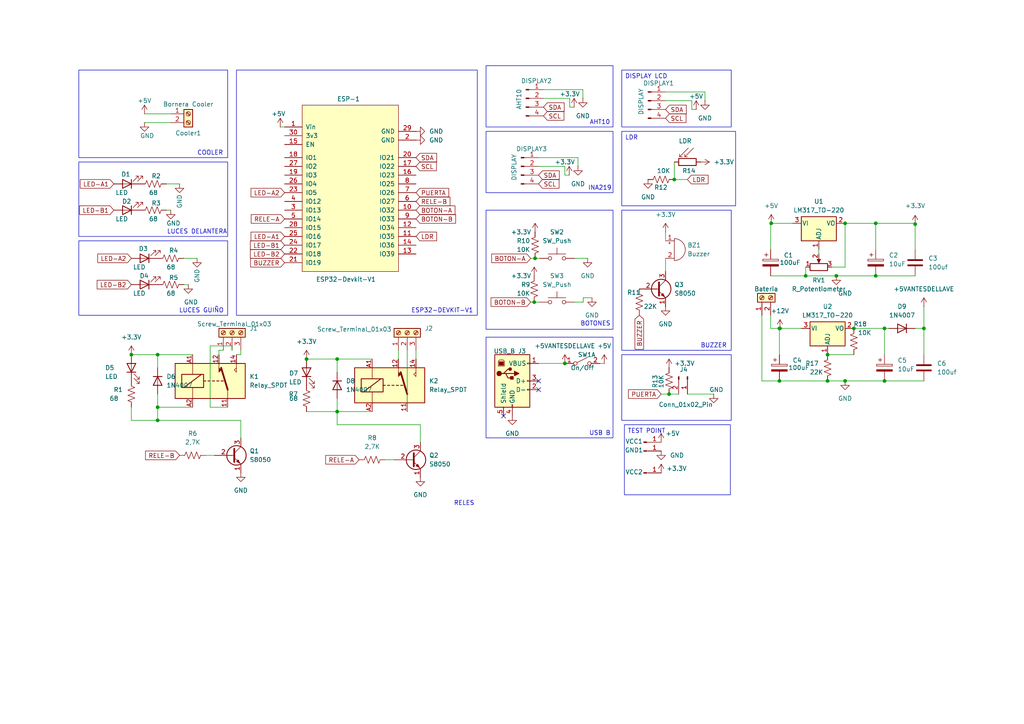
<source format=kicad_sch>
(kicad_sch (version 20231120) (generator "eeschema") (generator_version "8.0")
  (paper "A4")
  (lib_symbols
    (symbol "Connector:Conn_01x01_Pin" (pin_names (offset 1.016) hide)
      (property "Reference" "J" (at 0 2.54 0))
      (property "Value" "Conn_01x01_Pin" (at 0 -2.54 0))
      (symbol "Conn_01x01_Pin_1_1"
        (pin passive line (at 5.08 0 180) (length 3.81) (name "Pin_1") (number "1"))
      )
    )
    (symbol "Connector:Conn_01x02_Pin" (pin_names (offset 1.016) hide)
      (property "Reference" "J" (at 0 2.54 0))
      (property "Value" "Conn_01x02_Pin" (at 0 -5.08 0))
      (symbol "Conn_01x02_Pin_1_1"
        (pin passive line (at 5.08 0 180) (length 3.81) (name "Pin_1") (number "1"))
        (pin passive line (at 5.08 -2.54 180) (length 3.81) (name "Pin_2") (number "2"))
      )
    )
    (symbol "Connector:Conn_01x04_Pin" (pin_names (offset 1.016) hide)
      (property "Reference" "J" (at 0 5.08 0))
      (property "Value" "Conn_01x04_Pin" (at 0 -7.62 0))
      (symbol "Conn_01x04_Pin_1_1"
        (pin passive line (at 5.08 2.54 180) (length 3.81) (name "Pin_1") (number "1"))
        (pin passive line (at 5.08 0 180) (length 3.81) (name "Pin_2") (number "2"))
        (pin passive line (at 5.08 -2.54 180) (length 3.81) (name "Pin_3") (number "3"))
        (pin passive line (at 5.08 -5.08 180) (length 3.81) (name "Pin_4") (number "4"))
      )
    )
    (symbol "Connector:Screw_Terminal_01x02" (pin_names (offset 1.016) hide)
      (property "Reference" "J" (at 0 2.54 0))
      (property "Value" "Screw_Terminal_01x02" (at 0 -5.08 0))
      (symbol "Screw_Terminal_01x02_1_1"
        (pin passive line (at -5.08 0 0) (length 3.81) (name "Pin_1") (number "1"))
        (pin passive line (at -5.08 -2.54 0) (length 3.81) (name "Pin_2") (number "2"))
      )
    )
    (symbol "Connector:Screw_Terminal_01x03" (pin_names (offset 1.016) hide)
      (property "Reference" "J" (at 0 5.08 0))
      (property "Value" "Screw_Terminal_01x03" (at 0 -5.08 0))
      (symbol "Screw_Terminal_01x03_1_1"
        (pin passive line (at -5.08 2.54 0) (length 3.81) (name "Pin_1") (number "1"))
        (pin passive line (at -5.08 0 0) (length 3.81) (name "Pin_2") (number "2"))
        (pin passive line (at -5.08 -2.54 0) (length 3.81) (name "Pin_3") (number "3"))
      )
    )
    (symbol "Connector:USB_B" (pin_names (offset 1.016))
      (property "Reference" "J" (at -5.08 11.43 0))
      (property "Value" "USB_B" (at -5.08 8.89 0))
      (symbol "USB_B_1_1"
        (pin power_out line (at 7.62 5.08 180) (length 2.54) (name "VBUS") (number "1"))
        (pin bidirectional line (at 7.62 -2.54 180) (length 2.54) (name "D-") (number "2"))
        (pin bidirectional line (at 7.62 0 180) (length 2.54) (name "D+") (number "3"))
        (pin power_out line (at 0 -10.16 90) (length 2.54) (name "GND") (number "4"))
        (pin passive line (at -2.54 -10.16 90) (length 2.54) (name "Shield") (number "5"))
      )
    )
    (symbol "Device:Buzzer" (pin_names (offset 0.0254) hide)
      (property "Reference" "BZ" (at 3.81 1.27 0))
      (property "Value" "Buzzer" (at 3.81 -1.27 0))
      (symbol "Buzzer_1_1"
        (pin passive line (at -2.54 2.54 0) (length 2.54) (name "+") (number "1"))
        (pin passive line (at -2.54 -2.54 0) (length 2.54) (name "-") (number "2"))
      )
    )
    (symbol "Device:C" (pin_numbers hide) (pin_names (offset 0.254))
      (property "Reference" "C" (at 0.635 2.54 0))
      (property "Value" "C" (at 0.635 -2.54 0))
      (symbol "C_1_1"
        (pin passive line (at 0 3.81 270) (length 2.794) (name "~") (number "1"))
        (pin passive line (at 0 -3.81 90) (length 2.794) (name "~") (number "2"))
      )
    )
    (symbol "Device:C_Polarized" (pin_numbers hide) (pin_names (offset 0.254))
      (property "Reference" "C" (at 0.635 2.54 0))
      (property "Value" "C_Polarized" (at 0.635 -2.54 0))
      (symbol "C_Polarized_1_1"
        (pin passive line (at 0 3.81 270) (length 2.794) (name "~") (number "1"))
        (pin passive line (at 0 -3.81 90) (length 2.794) (name "~") (number "2"))
      )
    )
    (symbol "Device:LED" (pin_numbers hide) (pin_names (offset 1.016) hide)
      (property "Reference" "D" (at 0 2.54 0))
      (property "Value" "LED" (at 0 -2.54 0))
      (symbol "LED_1_1"
        (pin passive line (at -3.81 0 0) (length 2.54) (name "K") (number "1"))
        (pin passive line (at 3.81 0 180) (length 2.54) (name "A") (number "2"))
      )
    )
    (symbol "Device:R_Potentiometer" (pin_names (offset 1.016) hide)
      (property "Reference" "RV" (at -4.445 0 90))
      (property "Value" "R_Potentiometer" (at -2.54 0 90))
      (symbol "R_Potentiometer_1_1"
        (pin passive line (at 0 3.81 270) (length 1.27) (name "1") (number "1"))
        (pin passive line (at 3.81 0 180) (length 1.27) (name "2") (number "2"))
        (pin passive line (at 0 -3.81 90) (length 1.27) (name "3") (number "3"))
      )
    )
    (symbol "Device:R_US" (pin_numbers hide) (pin_names (offset 0))
      (property "Reference" "R" (at 2.54 0 90))
      (property "Value" "R_US" (at -2.54 0 90))
      (symbol "R_US_1_1"
        (pin passive line (at 0 3.81 270) (length 1.27) (name "~") (number "1"))
        (pin passive line (at 0 -3.81 90) (length 1.27) (name "~") (number "2"))
      )
    )
    (symbol "Diode:1N4007" (pin_numbers hide) (pin_names hide)
      (property "Reference" "D" (at 0 2.54 0))
      (property "Value" "1N4007" (at 0 -2.54 0))
      (symbol "1N4007_1_1"
        (pin passive line (at -3.81 0 0) (length 2.54) (name "K") (number "1"))
        (pin passive line (at 3.81 0 180) (length 2.54) (name "A") (number "2"))
      )
    )
    (symbol "Regulator_Linear:LM317_TO-220" (pin_names (offset 0.254))
      (property "Reference" "U" (at -3.81 3.175 0))
      (property "Value" "LM317_TO-220" (at 0 3.175 0))
      (symbol "LM317_TO-220_1_1"
        (pin input line (at 0 -7.62 90) (length 2.54) (name "ADJ") (number "1"))
        (pin power_out line (at 7.62 0 180) (length 2.54) (name "VO") (number "2"))
        (pin power_in line (at -7.62 0 0) (length 2.54) (name "VI") (number "3"))
      )
    )
    (symbol "Relay:Relay_SPDT"
      (property "Reference" "K" (at 11.43 3.81 0))
      (property "Value" "Relay_SPDT" (at 11.43 1.27 0))
      (symbol "Relay_SPDT_1_1"
        (pin passive line (at 5.08 -7.62 90) (length 2.54) (name "~") (number "11"))
        (pin passive line (at 2.54 7.62 270) (length 2.54) (name "~") (number "12"))
        (pin passive line (at 7.62 7.62 270) (length 2.54) (name "~") (number "14"))
        (pin passive line (at -5.08 7.62 270) (length 2.54) (name "~") (number "A1"))
        (pin passive line (at -5.08 -7.62 90) (length 2.54) (name "~") (number "A2"))
      )
    )
    (symbol "Sensor_Optical:A1050" (pin_numbers hide) (pin_names (offset 0))
      (property "Reference" "R" (at -5.08 0 90))
      (property "Value" "A1050" (at 1.905 0 90))
      (symbol "A1050_1_1"
        (pin passive line (at 0 3.81 270) (length 1.27) (name "~") (number "1"))
        (pin passive line (at 0 -3.81 90) (length 1.27) (name "~") (number "2"))
      )
    )
    (symbol "Switch:SW_DPST_x2" (pin_names (offset 0) hide)
      (property "Reference" "SW" (at 0 3.175 0))
      (property "Value" "SW_DPST_x2" (at 0 -2.54 0))
      (symbol "SW_DPST_x2_1_1"
        (pin passive line (at -5.08 0 0) (length 2.54) (name "A") (number "1"))
        (pin passive line (at 5.08 0 180) (length 2.54) (name "B") (number "2"))
      )
      (symbol "SW_DPST_x2_2_1"
        (pin passive line (at -5.08 0 0) (length 2.54) (name "A") (number "3"))
        (pin passive line (at 5.08 0 180) (length 2.54) (name "B") (number "4"))
      )
    )
    (symbol "Switch:SW_Push" (pin_numbers hide) (pin_names (offset 1.016) hide)
      (property "Reference" "SW" (at 1.27 2.54 0))
      (property "Value" "SW_Push" (at 0 -1.524 0))
      (symbol "SW_Push_0_1"
        (pin passive line (at -5.08 0 0) (length 2.54) (name "1") (number "1"))
        (pin passive line (at 5.08 0 180) (length 2.54) (name "2") (number "2"))
      )
    )
    (symbol "Transistor_BJT:S8050" (pin_names (offset 0) hide)
      (property "Reference" "Q" (at 5.08 1.905 0))
      (property "Value" "S8050" (at 5.08 0 0))
      (symbol "S8050_1_1"
        (pin passive line (at 2.54 -5.08 90) (length 2.54) (name "E") (number "1"))
        (pin input line (at -5.08 0 0) (length 5.08) (name "B") (number "2"))
        (pin passive line (at 2.54 5.08 270) (length 2.54) (name "C") (number "3"))
      )
    )
    (symbol "esp32-devkit-v1:ESP32-Devkit-V1" (pin_names (offset 1.016))
      (property "Reference" "U" (at 13.97 -21.59 0))
      (property "Value" "ESP32-Devkit-V1" (at 13.97 -2.54 0))
      (symbol "ESP32-Devkit-V1_1_1"
        (pin power_in line (at -5.08 -6.35 0) (length 5.08) (name "Vin") (number "1"))
        (pin bidirectional line (at 33.02 -30.48 180) (length 5.08) (name "IO32") (number "10"))
        (pin bidirectional line (at 33.02 -38.1 180) (length 5.08) (name "IO35") (number "11"))
        (pin bidirectional line (at 33.02 -35.56 180) (length 5.08) (name "IO34") (number "12"))
        (pin bidirectional line (at 33.02 -43.18 180) (length 5.08) (name "IO39") (number "13"))
        (pin bidirectional line (at 33.02 -40.64 180) (length 5.08) (name "IO36") (number "14"))
        (pin input line (at -5.08 -11.43 0) (length 5.08) (name "EN") (number "15"))
        (pin bidirectional line (at 33.02 -20.32 180) (length 5.08) (name "IO23") (number "16"))
        (pin bidirectional line (at 33.02 -17.78 180) (length 5.08) (name "IO22") (number "17"))
        (pin bidirectional line (at -5.08 -15.24 0) (length 5.08) (name "IO1") (number "18"))
        (pin bidirectional line (at -5.08 -20.32 0) (length 5.08) (name "IO3") (number "19"))
        (pin power_out line (at 33.02 -10.16 180) (length 5.08) (name "GND") (number "2"))
        (pin bidirectional line (at 33.02 -15.24 180) (length 5.08) (name "IO21") (number "20"))
        (pin bidirectional line (at -5.08 -45.72 0) (length 5.08) (name "IO19") (number "21"))
        (pin bidirectional line (at -5.08 -43.18 0) (length 5.08) (name "IO18") (number "22"))
        (pin bidirectional line (at -5.08 -25.4 0) (length 5.08) (name "IO5") (number "23"))
        (pin bidirectional line (at -5.08 -40.64 0) (length 5.08) (name "IO17") (number "24"))
        (pin bidirectional line (at -5.08 -38.1 0) (length 5.08) (name "IO16") (number "25"))
        (pin bidirectional line (at -5.08 -22.86 0) (length 5.08) (name "IO4") (number "26"))
        (pin bidirectional line (at -5.08 -17.78 0) (length 5.08) (name "IO2") (number "27"))
        (pin bidirectional line (at -5.08 -35.56 0) (length 5.08) (name "IO15") (number "28"))
        (pin power_out line (at 33.02 -7.62 180) (length 5.08) (name "GND") (number "29"))
        (pin bidirectional line (at -5.08 -30.48 0) (length 5.08) (name "IO13") (number "3"))
        (pin power_out line (at -5.08 -8.89 0) (length 5.08) (name "3v3") (number "30"))
        (pin bidirectional line (at -5.08 -27.94 0) (length 5.08) (name "IO12") (number "4"))
        (pin bidirectional line (at -5.08 -33.02 0) (length 5.08) (name "IO14") (number "5"))
        (pin bidirectional line (at 33.02 -27.94 180) (length 5.08) (name "IO27") (number "6"))
        (pin bidirectional line (at 33.02 -25.4 180) (length 5.08) (name "IO26") (number "7"))
        (pin bidirectional line (at 33.02 -22.86 180) (length 5.08) (name "IO25") (number "8"))
        (pin bidirectional line (at 33.02 -33.02 180) (length 5.08) (name "IO33") (number "9"))
      )
    )
    (symbol "power:+3.3V" (power) (pin_numbers hide) (pin_names (offset 0) hide)
      (property "Value" "+3.3V" (at 0 3.556 0))
      (symbol "+3.3V_1_1"
        (pin power_in line (at 0 0 90) (length 0) (name "~") (number "1"))
      )
    )
    (symbol "power:+5V" (power) (pin_numbers hide) (pin_names (offset 0) hide)
      (property "Value" "+5V" (at 0 3.556 0))
      (symbol "+5V_1_1"
        (pin power_in line (at 0 0 90) (length 0) (name "~") (number "1"))
      )
    )
    (symbol "power:GND" (power) (pin_numbers hide) (pin_names (offset 0) hide)
      (property "Value" "GND" (at 0 -3.81 0))
      (symbol "GND_1_1"
        (pin power_in line (at 0 0 270) (length 0) (name "~") (number "1"))
      )
    )
  )
  (junction (at 256.54 95.25))
  (junction (at 240.03 110.49))
  (junction (at 194.056 114.3))
  (junction (at 233.68 80.01))
  (junction (at 45.72 118.11))
  (junction (at 88.9 104.14))
  (junction (at 242.57 80.01))
  (junction (at 45.72 121.92))
  (junction (at 254 64.77))
  (junction (at 154.94 87.63))
  (junction (at 245.11 110.49))
  (junction (at 38.1 102.87))
  (junction (at 97.79 104.14))
  (junction (at 265.43 65.0001))
  (junction (at 267.97 95.25))
  (junction (at 163.83 105.41))
  (junction (at 254 80.01))
  (junction (at 97.79 119.38))
  (junction (at 226.06 110.49))
  (junction (at 223.686 64.77))
  (junction (at 247.65 95.25))
  (junction (at 226.06 95.25))
  (junction (at 245.11 64.77))
  (junction (at 45.72 102.87))
  (junction (at 155.194 74.93))
  (junction (at 226.226 95.25))
  (junction (at 256.54 110.49))
  (junction (at 240.03 102.87))
  (junction (at 195.58 52.07))
  (no_connect (at 156.21 110.49))
  (no_connect (at 146.05 120.65))
  (no_connect (at 156.21 113.03))
  (wire (pts (xy 220.98 91.44) (xy 220.98 110.49)))
  (wire (pts (xy 226.226 95.25) (xy 226.06 95.25)))
  (wire (pts (xy 97.79 104.14) (xy 97.79 107.95)))
  (wire (pts (xy 169.164 87.63) (xy 166.624 87.63)))
  (wire (pts (xy 265.43 64.77) (xy 254 64.77)))
  (wire (pts (xy 200.66 29.21) (xy 193.04 29.21)))
  (wire (pts (xy 204.47 29.21) (xy 204.47 26.67)))
  (wire (pts (xy 45.72 102.87) (xy 45.72 106.68)))
  (wire (pts (xy 118.11 101.6) (xy 118.11 119.38)))
  (wire (pts (xy 49.53 60.96) (xy 48.26 60.96)))
  (wire (pts (xy 115.57 101.6) (xy 115.57 104.14)))
  (wire (pts (xy 240.03 110.49) (xy 245.11 110.49)))
  (wire (pts (xy 233.68 80.01) (xy 242.57 80.01)))
  (wire (pts (xy 165.2503 28.535) (xy 157.6303 28.535)))
  (wire (pts (xy 229.87 64.77) (xy 223.686 64.77)))
  (wire (pts (xy 121.92 123.19) (xy 97.79 123.19)))
  (wire (pts (xy 193.04 74.93) (xy 193.04 78.74)))
  (wire (pts (xy 265.43 65.0001) (xy 265.43 64.77)))
  (wire (pts (xy 57.15 74.93) (xy 53.34 74.93)))
  (wire (pts (xy 88.9 119.38) (xy 97.79 119.38)))
  (wire (pts (xy 256.54 110.49) (xy 267.97 110.49)))
  (wire (pts (xy 254 72.39) (xy 254 64.77)))
  (wire (pts (xy 38.1 102.87) (xy 45.72 102.87)))
  (wire (pts (xy 107.95 119.38) (xy 97.79 119.38)))
  (wire (pts (xy 165.1 50.8) (xy 163.83 50.8)))
  (wire (pts (xy 97.79 119.38) (xy 97.79 115.57)))
  (wire (pts (xy 107.95 104.14) (xy 97.79 104.14)))
  (wire (pts (xy 169.164 86.36) (xy 169.164 87.63)))
  (wire (pts (xy 223.52 80.01) (xy 233.68 80.01)))
  (wire (pts (xy 256.54 95.25) (xy 257.81 95.25)))
  (wire (pts (xy 68.58 102.87) (xy 69.85 102.87)))
  (wire (pts (xy 120.65 101.6) (xy 120.65 104.14)))
  (wire (pts (xy 240.03 102.87) (xy 247.65 102.87)))
  (wire (pts (xy 200.66 31.75) (xy 200.66 29.21)))
  (wire (pts (xy 204.47 26.67) (xy 193.04 26.67)))
  (wire (pts (xy 54.61 82.55) (xy 53.34 82.55)))
  (wire (pts (xy 195.58 46.99) (xy 195.58 52.07)))
  (wire (pts (xy 81.28 36.83) (xy 82.55 36.83)))
  (wire (pts (xy 163.83 50.8) (xy 163.83 48.26)))
  (wire (pts (xy 60.96 100.33) (xy 60.96 118.11)))
  (wire (pts (xy 38.1 121.92) (xy 45.72 121.92)))
  (wire (pts (xy 111.76 133.35) (xy 114.3 133.35)))
  (wire (pts (xy 52.07 53.34) (xy 48.26 53.34)))
  (wire (pts (xy 59.69 132.08) (xy 62.23 132.08)))
  (wire (pts (xy 154.94 87.63) (xy 156.464 87.63)))
  (wire (pts (xy 226.06 110.49) (xy 240.03 110.49)))
  (wire (pts (xy 256.54 102.87) (xy 256.54 95.25)))
  (wire (pts (xy 169.0603 28.535) (xy 169.0603 25.995)))
  (wire (pts (xy 232.41 95.25) (xy 226.226 95.25)))
  (wire (pts (xy 265.43 72.39) (xy 265.43 65.0001)))
  (wire (pts (xy 155.194 74.93) (xy 156.464 74.93)))
  (wire (pts (xy 41.91 35.56) (xy 49.53 35.56)))
  (wire (pts (xy 38.1 118.11) (xy 38.1 121.92)))
  (wire (pts (xy 67.31 101.6) (xy 67.31 100.33)))
  (wire (pts (xy 223.52 95.25) (xy 226.06 95.25)))
  (wire (pts (xy 169.0603 25.995) (xy 157.6303 25.995)))
  (wire (pts (xy 63.5 101.6) (xy 63.5 102.87)))
  (wire (pts (xy 254 80.01) (xy 265.43 80.01)))
  (wire (pts (xy 69.85 102.87) (xy 69.85 101.6)))
  (wire (pts (xy 166.5203 31.075) (xy 165.2503 31.075)))
  (wire (pts (xy 223.52 64.77) (xy 223.52 72.39)))
  (wire (pts (xy 199.39 114.3) (xy 207.01 114.3)))
  (wire (pts (xy 69.85 127) (xy 69.85 121.92)))
  (wire (pts (xy 226.06 95.25) (xy 226.06 102.87)))
  (wire (pts (xy 60.96 118.11) (xy 66.04 118.11)))
  (wire (pts (xy 167.64 45.72) (xy 156.21 45.72)))
  (wire (pts (xy 223.52 91.44) (xy 223.52 95.25)))
  (wire (pts (xy 153.924 74.93) (xy 155.194 74.93)))
  (wire (pts (xy 41.91 33.02) (xy 49.53 33.02)))
  (wire (pts (xy 191.77 114.3) (xy 194.056 114.3)))
  (wire (pts (xy 55.88 118.11) (xy 45.72 118.11)))
  (wire (pts (xy 167.64 48.26) (xy 167.64 45.72)))
  (wire (pts (xy 165.2503 31.075) (xy 165.2503 28.535)))
  (wire (pts (xy 245.11 110.49) (xy 256.54 110.49)))
  (wire (pts (xy 254 64.77) (xy 245.11 64.77)))
  (wire (pts (xy 45.72 121.92) (xy 45.72 118.11)))
  (wire (pts (xy 242.57 80.01) (xy 254 80.01)))
  (wire (pts (xy 267.97 95.25) (xy 267.97 102.87)))
  (wire (pts (xy 69.85 121.92) (xy 45.72 121.92)))
  (wire (pts (xy 156.21 105.41) (xy 163.83 105.41)))
  (wire (pts (xy 88.9 104.14) (xy 97.79 104.14)))
  (wire (pts (xy 64.77 101.6) (xy 63.5 101.6)))
  (wire (pts (xy 45.72 118.11) (xy 45.72 114.3)))
  (wire (pts (xy 67.31 100.33) (xy 60.96 100.33)))
  (wire (pts (xy 163.83 48.26) (xy 156.21 48.26)))
  (wire (pts (xy 153.924 87.63) (xy 154.94 87.63)))
  (wire (pts (xy 226.06 110.49) (xy 220.98 110.49)))
  (wire (pts (xy 201.93 31.75) (xy 200.66 31.75)))
  (wire (pts (xy 194.056 114.3) (xy 196.85 114.3)))
  (wire (pts (xy 55.88 102.87) (xy 45.72 102.87)))
  (wire (pts (xy 245.11 64.77) (xy 245.11 77.47)))
  (wire (pts (xy 237.49 73.66) (xy 237.49 72.39)))
  (wire (pts (xy 233.68 77.47) (xy 233.68 80.01)))
  (wire (pts (xy 241.3 77.47) (xy 245.11 77.47)))
  (wire (pts (xy 223.686 64.77) (xy 223.52 64.77)))
  (wire (pts (xy 267.97 95.25) (xy 267.97 88.9)))
  (wire (pts (xy 169.164 86.36) (xy 171.704 86.36)))
  (wire (pts (xy 199.39 52.07) (xy 195.58 52.07)))
  (wire (pts (xy 265.43 95.25) (xy 267.97 95.25)))
  (wire (pts (xy 193.04 67.31) (xy 193.04 69.85)))
  (wire (pts (xy 97.79 123.19) (xy 97.79 119.38)))
  (wire (pts (xy 166.624 74.93) (xy 170.434 74.93)))
  (wire (pts (xy 175.26 105.41) (xy 173.99 105.41)))
  (wire (pts (xy 256.54 95.25) (xy 247.65 95.25)))
  (wire (pts (xy 121.92 128.27) (xy 121.92 123.19)))
  (rectangle (start 180.34 60.96) (end 212.09 101.6))
  (rectangle (start 140.97 19.05) (end 177.8 36.83))
  (rectangle (start 180.34 102.87) (end 212.09 121.92))
  (rectangle (start 22.86 69.85) (end 66.04 91.44))
  (rectangle (start 22.86 46.99) (end 66.04 68.58))
  (rectangle (start 140.97 97.79) (end 177.8 127))
  (rectangle (start 22.86 20.32) (end 66.04 45.72))
  (rectangle (start 140.97 38.1) (end 177.8 55.88))
  (rectangle (start 68.58 20.32) (end 138.43 91.44))
  (rectangle (start 140.97 60.96) (end 177.8 95.504))
  (text_box "TEST POINT\n" (at 181.102 123.19 0) (size 30.734 20.32) (effects (font (size 1.27 1.27)) (justify left top)))
  (text_box "LDR\n" (at 180.34 38.1 0) (size 33.02 21.59) (effects (font (size 1.27 1.27)) (justify left top)))
  (text_box "DISPLAY LCD" (at 180.34 20.32 0) (size 31.75 16.51) (effects (font (size 1.27 1.27)) (justify left top)))
  (text "INA219" (at 173.99 54.61 0) (effects (font (size 1.27 1.27))))
  (text "LUCES DELANTERA" (at 57.15 67.31 0) (effects (font (size 1.27 1.27))))
  (text "LUCES GUIÑO" (at 58.42 90.17 0) (effects (font (size 1.27 1.27))))
  (text "ESP32-DEVKIT-V1" (at 128.27 90.17 0) (effects (font (size 1.27 1.27))))
  (text "RELES\n" (at 134.62 146.05 0) (effects (font (size 1.27 1.27))))
  (text "USB B" (at 173.99 125.73 0) (effects (font (size 1.27 1.27))))
  (text "COOLER" (at 60.96 44.45 0) (effects (font (size 1.27 1.27))))
  (text "BOTONES\n" (at 172.72 93.98 0) (effects (font (size 1.27 1.27))))
  (text "BUZZER" (at 207.01 100.33 0) (effects (font (size 1.27 1.27))))
  (text "AHT10" (at 173.99 35.56 0) (effects (font (size 1.27 1.27))))
  (global_label "LED-A1" (shape input) (at 82.55 68.58 180) (property "Intersheetrefs" "${INTERSHEET_REFS}" (effects (hide yes))))
  (global_label "SDA" (shape input) (at 156.21 50.8 0) (property "Intersheetrefs" "${INTERSHEET_REFS}" (effects (hide yes))))
  (global_label "BOTON-A" (shape input) (at 120.65 60.96 0) (property "Intersheetrefs" "${INTERSHEET_REFS}" (effects (hide yes))))
  (global_label "PUERTA" (shape input) (at 191.77 114.3 180) (property "Intersheetrefs" "${INTERSHEET_REFS}" (effects (hide yes))))
  (global_label "SDA" (shape input) (at 193.04 31.75 0) (property "Intersheetrefs" "${INTERSHEET_REFS}" (effects (hide yes))))
  (global_label "RELE-A" (shape input) (at 104.14 133.35 180) (property "Intersheetrefs" "${INTERSHEET_REFS}" (effects (hide yes))))
  (global_label "SDA" (shape input) (at 120.65 45.72 0) (property "Intersheetrefs" "${INTERSHEET_REFS}" (effects (hide yes))))
  (global_label "BOTON-B" (shape input) (at 120.65 63.5 0) (property "Intersheetrefs" "${INTERSHEET_REFS}" (effects (hide yes))))
  (global_label "SDA" (shape input) (at 157.6303 31.075 0) (property "Intersheetrefs" "${INTERSHEET_REFS}" (effects (hide yes))))
  (global_label "RELE-A" (shape input) (at 82.55 63.5 180) (property "Intersheetrefs" "${INTERSHEET_REFS}" (effects (hide yes))))
  (global_label "LED-A2" (shape input) (at 38.1 74.93 180) (property "Intersheetrefs" "${INTERSHEET_REFS}" (effects (hide yes))))
  (global_label "BUZZER" (shape input) (at 82.55 76.2 180) (property "Intersheetrefs" "${INTERSHEET_REFS}" (effects (hide yes))))
  (global_label "SCL" (shape input) (at 193.04 34.29 0) (property "Intersheetrefs" "${INTERSHEET_REFS}" (effects (hide yes))))
  (global_label "SCL" (shape input) (at 157.6303 33.615 0) (property "Intersheetrefs" "${INTERSHEET_REFS}" (effects (hide yes))))
  (global_label "LDR" (shape input) (at 120.65 68.58 0) (property "Intersheetrefs" "${INTERSHEET_REFS}" (effects (hide yes))))
  (global_label "LED-B1" (shape input) (at 33.02 60.96 180) (property "Intersheetrefs" "${INTERSHEET_REFS}" (effects (hide yes))))
  (global_label "LDR" (shape input) (at 199.39 52.07 0) (property "Intersheetrefs" "${INTERSHEET_REFS}" (effects (hide yes))))
  (global_label "LED-B1" (shape input) (at 82.55 71.12 180) (property "Intersheetrefs" "${INTERSHEET_REFS}" (effects (hide yes))))
  (global_label "LED-A1" (shape input) (at 33.02 53.34 180) (property "Intersheetrefs" "${INTERSHEET_REFS}" (effects (hide yes))))
  (global_label "BUZZER" (shape input) (at 185.42 91.44 270) (property "Intersheetrefs" "${INTERSHEET_REFS}" (effects (hide yes))))
  (global_label "BOTON-A" (shape input) (at 153.924 74.93 180) (property "Intersheetrefs" "${INTERSHEET_REFS}" (effects (hide yes))))
  (global_label "SCL" (shape input) (at 156.21 53.34 0) (property "Intersheetrefs" "${INTERSHEET_REFS}" (effects (hide yes))))
  (global_label "BOTON-B" (shape input) (at 153.924 87.63 180) (property "Intersheetrefs" "${INTERSHEET_REFS}" (effects (hide yes))))
  (global_label "PUERTA" (shape input) (at 120.65 55.88 0) (property "Intersheetrefs" "${INTERSHEET_REFS}" (effects (hide yes))))
  (global_label "SCL" (shape input) (at 120.65 48.26 0) (property "Intersheetrefs" "${INTERSHEET_REFS}" (effects (hide yes))))
  (global_label "RELE-B" (shape input) (at 120.65 58.42 0) (property "Intersheetrefs" "${INTERSHEET_REFS}" (effects (hide yes))))
  (global_label "RELE-B" (shape input) (at 52.07 132.08 180) (property "Intersheetrefs" "${INTERSHEET_REFS}" (effects (hide yes))))
  (global_label "LED-B2" (shape input) (at 38.1 82.55 180) (property "Intersheetrefs" "${INTERSHEET_REFS}" (effects (hide yes))))
  (global_label "LED-A2" (shape input) (at 82.55 55.88 180) (property "Intersheetrefs" "${INTERSHEET_REFS}" (effects (hide yes))))
  (global_label "LED-B2" (shape input) (at 82.55 73.66 180) (property "Intersheetrefs" "${INTERSHEET_REFS}" (effects (hide yes))))
  (symbol (lib_id "power:+5V") (at 81.28 36.83 0) (unit 1)
    (property "Reference" "#PWR010" (effects (hide yes)))
    (property "Value" "+5V" (at 78.74 33.02 0) (effects (justify left)))
    (property "Description" "Power symbol creates a global label with name \"+5V\"" (effects (hide yes)))
  )
  (symbol (lib_id "power:GND") (at 242.57 80.01 0) (unit 1)
    (property "Reference" "#PWR018" (effects (hide yes)))
    (property "Value" "GND" (at 245.11 85.09 0))
    (property "Description" "Power symbol creates a global label with name \"GND\" , ground" (effects (hide yes)))
  )
  (symbol (lib_id "Device:R_US") (at 240.03 106.68 0) (mirror y) (unit 1)
    (property "Reference" "R17" (at 237.49 105.4099 0) (effects (justify left)))
    (property "Value" "22K" (at 238.76 107.95 0) (effects (justify left)))
    (property "Footprint" "Resistor_THT:R_Axial_DIN0207_L6.3mm_D2.5mm_P10.16mm_Horizontal" (effects (hide yes)))
    (property "Description" "Resistor, US symbol" (effects (hide yes)))
  )
  (symbol (lib_id "Connector:Screw_Terminal_01x02") (at 54.61 33.02 0) (unit 1)
    (property "Reference" "Cooler1" (at 54.61 38.608 0))
    (property "Value" "Bornera Cooler" (at 54.61 30.226 0))
    (property "Footprint" "TerminalBlock:TerminalBlock_bornier-2_P5.08mm" (effects (hide yes)))
    (property "Description" "Generic screw terminal, single row, 01x02, script generated (kicad-library-utils/schlib/autogen/connector/)" (effects (hide yes)))
  )
  (symbol (lib_id "Device:R_US") (at 49.53 74.93 270) (unit 1)
    (property "Reference" "R4" (at 49.022 72.644 90) (effects (justify left)))
    (property "Value" "68" (at 48.2601 77.47 90) (effects (justify left)))
    (property "Footprint" "Resistor_THT:R_Axial_DIN0207_L6.3mm_D2.5mm_P10.16mm_Horizontal" (effects (hide yes)))
    (property "Description" "Resistor, US symbol" (effects (hide yes)))
  )
  (symbol (lib_id "Transistor_BJT:S8050") (at 67.31 132.08 0) (unit 1)
    (property "Reference" "Q1" (at 72.39 130.8099 0) (effects (justify left)))
    (property "Value" "S8050" (at 72.39 133.3499 0) (effects (justify left)))
    (property "Footprint" "Package_TO_SOT_THT:TO-92_Inline" (effects (hide yes)))
    (property "Datasheet" "http://www.unisonic.com.tw/datasheet/S8050.pdf" (effects (hide yes)))
    (property "Description" "0.7A Ic, 20V Vce, Low Voltage High Current NPN Transistor, TO-92" (effects (hide yes)))
  )
  (symbol (lib_id "power:+3.3V") (at 203.2 46.99 270) (unit 1)
    (property "Reference" "#PWR037" (effects (hide yes)))
    (property "Value" "+3.3V" (at 207.01 46.9899 90) (effects (justify left)))
    (property "Description" "Power symbol creates a global label with name \"+3.3V\"" (effects (hide yes)))
  )
  (symbol (lib_id "Device:R_US") (at 38.1 114.3 0) (unit 1)
    (property "Reference" "R1" (at 34.29 113.03 0))
    (property "Value" "68" (at 31.75 115.57 0) (effects (justify left)))
    (property "Footprint" "Resistor_THT:R_Axial_DIN0207_L6.3mm_D2.5mm_P10.16mm_Horizontal" (effects (hide yes)))
    (property "Description" "Resistor, US symbol" (effects (hide yes)))
  )
  (symbol (lib_id "Device:R_US") (at 88.9 115.57 0) (unit 1)
    (property "Reference" "R7" (at 85.09 114.3 0))
    (property "Value" "68" (at 83.82 115.57 0) (effects (justify left)))
    (property "Footprint" "Resistor_THT:R_Axial_DIN0207_L6.3mm_D2.5mm_P10.16mm_Horizontal" (effects (hide yes)))
    (property "Description" "Resistor, US symbol" (effects (hide yes)))
  )
  (symbol (lib_id "power:+5V") (at 226.226 95.25 0) (unit 1)
    (property "Reference" "#PWR025" (effects (hide yes)))
    (property "Value" "+12V" (at 226.226 90.17 0))
    (property "Description" "Power symbol creates a global label with name \"+5V\"" (effects (hide yes)))
  )
  (symbol (lib_id "Transistor_BJT:S8050") (at 190.5 83.82 0) (unit 1)
    (property "Reference" "Q3" (at 195.58 82.5499 0) (effects (justify left)))
    (property "Value" "S8050" (at 195.58 85.0899 0) (effects (justify left)))
    (property "Footprint" "Package_TO_SOT_THT:TO-92_Inline" (effects (hide yes)))
    (property "Datasheet" "http://www.unisonic.com.tw/datasheet/S8050.pdf" (effects (hide yes)))
    (property "Description" "0.7A Ic, 20V Vce, Low Voltage High Current NPN Transistor, TO-92" (effects (hide yes)))
  )
  (symbol (lib_id "power:GND") (at 245.11 110.49 0) (unit 1)
    (property "Reference" "#PWR033" (effects (hide yes)))
    (property "Value" "GND" (at 245.11 115.57 0))
    (property "Description" "Power symbol creates a global label with name \"GND\" , ground" (effects (hide yes)))
  )
  (symbol (lib_id "Connector:Conn_01x01_Pin") (at 186.69 137.16 0) (unit 1)
    (property "Reference" "VCC2" (at 183.896 136.906 0))
    (property "Value" "Conn_01x01_Pin" (effects (hide yes)))
    (property "Footprint" "Connector_PinHeader_2.54mm:PinHeader_1x01_P2.54mm_Vertical" (effects (hide yes)))
    (property "Description" "Generic connector, single row, 01x01, script generated" (effects (hide yes)))
  )
  (symbol (lib_id "Device:Buzzer") (at 195.58 72.39 0) (unit 1)
    (property "Reference" "BZ1" (at 199.39 71.1199 0) (effects (justify left)))
    (property "Value" "Buzzer" (at 199.39 73.6599 0) (effects (justify left)))
    (property "Footprint" "Buzzer_Beeper:Buzzer_12x9.5RM7.6" (effects (hide yes)))
    (property "Description" "Buzzer, polarized" (effects (hide yes)))
  )
  (symbol (lib_id "power:+3.3V") (at 265.43 65.0001 0) (unit 1)
    (property "Reference" "#PWR011" (effects (hide yes)))
    (property "Value" "+3.3V" (at 265.43 59.69 0))
    (property "Description" "Power symbol creates a global label with name \"+3.3V\"" (effects (hide yes)))
  )
  (symbol (lib_id "power:+3.3V") (at 191.77 137.16 0) (mirror y) (unit 1)
    (property "Reference" "#PWR012" (effects (hide yes)))
    (property "Value" "+3.3V" (at 193.294 135.8899 0) (effects (justify right)))
    (property "Description" "Power symbol creates a global label with name \"+3.3V\"" (effects (hide yes)))
  )
  (symbol (lib_id "Connector:Screw_Terminal_01x03") (at 67.31 96.52 90) (unit 1)
    (property "Reference" "J1" (at 72.39 95.2499 90) (effects (justify right)))
    (property "Value" "Screw_Terminal_01x03" (at 57.15 93.98 90) (effects (justify right)))
    (property "Footprint" "TerminalBlock:TerminalBlock_bornier-3_P5.08mm" (effects (hide yes)))
    (property "Description" "Generic screw terminal, single row, 01x03, script generated (kicad-library-utils/schlib/autogen/connector/)" (effects (hide yes)))
  )
  (symbol (lib_id "Device:R_US") (at 44.45 53.34 270) (unit 1)
    (property "Reference" "R2" (at 43.942 51.054 90) (effects (justify left)))
    (property "Value" "68" (at 43.1801 55.88 90) (effects (justify left)))
    (property "Footprint" "Resistor_THT:R_Axial_DIN0207_L6.3mm_D2.5mm_P10.16mm_Horizontal" (effects (hide yes)))
    (property "Description" "Resistor, US symbol" (effects (hide yes)))
  )
  (symbol (lib_id "power:GND") (at 57.15 74.93 0) (unit 1)
    (property "Reference" "#PWR08" (effects (hide yes)))
    (property "Value" "GND" (at 57.15 80.01 90))
    (property "Description" "Power symbol creates a global label with name \"GND\" , ground" (effects (hide yes)))
  )
  (symbol (lib_id "Device:C") (at 267.97 106.68 0) (unit 1)
    (property "Reference" "C6" (at 271.78 105.4099 0) (effects (justify left)))
    (property "Value" "100uf" (at 271.78 107.9499 0) (effects (justify left)))
    (property "Footprint" "Capacitor_THT:C_Disc_D7.5mm_W4.4mm_P5.00mm" (effects (hide yes)))
    (property "Description" "Unpolarized capacitor" (effects (hide yes)))
  )
  (symbol (lib_id "Device:C_Polarized") (at 226.06 106.68 0) (unit 1)
    (property "Reference" "C4" (at 229.87 104.5209 0) (effects (justify left)))
    (property "Value" "100uF" (at 228.6469 106.6363 0) (effects (justify left)))
    (property "Footprint" "Capacitor_THT:CP_Radial_D6.3mm_P2.50mm" (effects (hide yes)))
    (property "Description" "Polarized capacitor" (effects (hide yes)))
  )
  (symbol (lib_id "power:GND") (at 49.53 60.96 0) (unit 1)
    (property "Reference" "#PWR07" (effects (hide yes)))
    (property "Value" "GND" (at 48.26 64.77 0) (effects (justify left)))
    (property "Description" "Power symbol creates a global label with name \"GND\" , ground" (effects (hide yes)))
  )
  (symbol (lib_id "Diode:1N4007") (at 45.72 110.49 270) (unit 1)
    (property "Reference" "D6" (at 48.26 109.2199 90) (effects (justify left)))
    (property "Value" "1N4007" (at 48.26 111.7599 90) (effects (justify left)))
    (property "Footprint" "Diode_THT:D_DO-41_SOD81_P10.16mm_Horizontal" (effects (hide yes)))
    (property "Datasheet" "http://www.vishay.com/docs/88503/1n4001.pdf" (effects (hide yes)))
    (property "Description" "1000V 1A General Purpose Rectifier Diode, DO-41" (effects (hide yes)))
    (property "Sim.Device" "D" (effects (hide yes)))
    (property "Sim.Pins" "1=K 2=A" (effects (hide yes)))
  )
  (symbol (lib_id "power:+3.3V") (at 193.04 67.31 0) (unit 1)
    (property "Reference" "#PWR034" (effects (hide yes)))
    (property "Value" "+3.3V" (at 193.04 62.23 0))
    (property "Description" "Power symbol creates a global label with name \"+3.3V\"" (effects (hide yes)))
  )
  (symbol (lib_id "Transistor_BJT:S8050") (at 119.38 133.35 0) (unit 1)
    (property "Reference" "Q2" (at 124.46 132.0799 0) (effects (justify left)))
    (property "Value" "S8050" (at 124.46 134.6199 0) (effects (justify left)))
    (property "Footprint" "Package_TO_SOT_THT:TO-92_Inline" (effects (hide yes)))
    (property "Datasheet" "http://www.unisonic.com.tw/datasheet/S8050.pdf" (effects (hide yes)))
    (property "Description" "0.7A Ic, 20V Vce, Low Voltage High Current NPN Transistor, TO-92" (effects (hide yes)))
  )
  (symbol (lib_id "power:+5V") (at 201.93 31.75 0) (unit 1)
    (property "Reference" "#PWR04" (effects (hide yes)))
    (property "Value" "+5V" (at 201.93 27.94 0))
    (property "Description" "Power symbol creates a global label with name \"+5V\"" (effects (hide yes)))
  )
  (symbol (lib_id "Connector:Conn_01x04_Pin") (at 152.5503 28.535 0) (unit 1)
    (property "Reference" "DISPLAY2" (at 155.5983 23.455 0))
    (property "Value" "AHT10" (at 150.5183 28.789 90))
    (property "Footprint" "Connector_Molex:Molex_KK-254_AE-6410-04A_1x04_P2.54mm_Vertical" (effects (hide yes)))
    (property "Description" "Generic connector, single row, 01x04, script generated" (effects (hide yes)))
  )
  (symbol (lib_id "power:GND") (at 170.434 74.93 0) (unit 1)
    (property "Reference" "#PWR028" (effects (hide yes)))
    (property "Value" "GND" (at 170.434 80.01 0))
    (property "Description" "Power symbol creates a global label with name \"GND\" , ground" (effects (hide yes)))
  )
  (symbol (lib_id "power:GND") (at 167.64 48.26 0) (unit 1)
    (property "Reference" "#PWR024" (effects (hide yes)))
    (property "Value" "GND" (at 167.64 53.34 0))
    (property "Description" "Power symbol creates a global label with name \"GND\" , ground" (effects (hide yes)))
  )
  (symbol (lib_id "Device:R_US") (at 194.056 110.49 0) (mirror y) (unit 1)
    (property "Reference" "R13" (at 189.9957 108.6751 90) (effects (justify right)))
    (property "Value" "10K" (at 191.77 108.712 90) (effects (justify right)))
    (property "Footprint" "Resistor_THT:R_Axial_DIN0207_L6.3mm_D2.5mm_P10.16mm_Horizontal" (effects (hide yes)))
    (property "Description" "Resistor, US symbol" (effects (hide yes)))
  )
  (symbol (lib_id "power:+5V") (at 267.97 88.9 0) (unit 1)
    (property "Reference" "#PWR043" (effects (hide yes)))
    (property "Value" "+5VANTESDELLAVE" (at 267.97 83.82 0))
    (property "Description" "Power symbol creates a global label with name \"+5V\"" (effects (hide yes)))
  )
  (symbol (lib_id "Device:R_US") (at 191.77 52.07 270) (unit 1)
    (property "Reference" "R12" (at 189.738 54.356 90) (effects (justify left)))
    (property "Value" "10K" (at 190.5 49.53 90) (effects (justify left)))
    (property "Footprint" "Resistor_THT:R_Axial_DIN0207_L6.3mm_D2.5mm_P10.16mm_Horizontal" (effects (hide yes)))
    (property "Description" "Resistor, US symbol" (effects (hide yes)))
  )
  (symbol (lib_id "power:+3.3V") (at 154.94 80.01 0) (mirror y) (unit 1)
    (property "Reference" "#PWR021" (effects (hide yes)))
    (property "Value" "+3.3V" (at 151.13 80.01 0))
    (property "Description" "Power symbol creates a global label with name \"+3.3V\"" (effects (hide yes)))
  )
  (symbol (lib_id "Connector:Conn_01x01_Pin") (at 186.69 128.27 0) (unit 1)
    (property "Reference" "VCC1" (at 183.896 128.016 0))
    (property "Value" "Conn_01x01_Pin" (effects (hide yes)))
    (property "Footprint" "Connector_PinHeader_2.54mm:PinHeader_1x01_P2.54mm_Vertical" (effects (hide yes)))
    (property "Description" "Generic connector, single row, 01x01, script generated" (effects (hide yes)))
  )
  (symbol (lib_id "power:+3.3V") (at 155.194 67.31 0) (mirror y) (unit 1)
    (property "Reference" "#PWR022" (effects (hide yes)))
    (property "Value" "+3.3V" (at 151.13 67.31 0))
    (property "Description" "Power symbol creates a global label with name \"+3.3V\"" (effects (hide yes)))
  )
  (symbol (lib_id "Diode:1N4007") (at 97.79 111.76 270) (unit 1)
    (property "Reference" "D8" (at 100.33 110.4899 90) (effects (justify left)))
    (property "Value" "1N4007" (at 100.33 113.0299 90) (effects (justify left)))
    (property "Footprint" "Diode_THT:D_DO-41_SOD81_P10.16mm_Horizontal" (effects (hide yes)))
    (property "Datasheet" "http://www.vishay.com/docs/88503/1n4001.pdf" (effects (hide yes)))
    (property "Description" "1000V 1A General Purpose Rectifier Diode, DO-41" (effects (hide yes)))
    (property "Sim.Device" "D" (effects (hide yes)))
    (property "Sim.Pins" "1=K 2=A" (effects (hide yes)))
  )
  (symbol (lib_id "Device:R_US") (at 44.45 60.96 270) (unit 1)
    (property "Reference" "R3" (at 43.942 58.928 90) (effects (justify left)))
    (property "Value" "68" (at 43.1801 63.5 90) (effects (justify left)))
    (property "Footprint" "Resistor_THT:R_Axial_DIN0207_L6.3mm_D2.5mm_P10.16mm_Horizontal" (effects (hide yes)))
    (property "Description" "Resistor, US symbol" (effects (hide yes)))
  )
  (symbol (lib_id "power:+3.3V") (at 38.1 102.87 0) (unit 1)
    (property "Reference" "#PWR02" (effects (hide yes)))
    (property "Value" "+3.3V" (at 38.1 97.79 0))
    (property "Description" "Power symbol creates a global label with name \"+3.3V\"" (effects (hide yes)))
  )
  (symbol (lib_id "power:GND") (at 193.04 88.9 0) (unit 1)
    (property "Reference" "#PWR035" (effects (hide yes)))
    (property "Value" "GND" (at 193.04 93.98 0))
    (property "Description" "Power symbol creates a global label with name \"GND\" , ground" (effects (hide yes)))
  )
  (symbol (lib_id "power:+3.3V") (at 194.056 106.68 0) (mirror y) (unit 1)
    (property "Reference" "#PWR036" (effects (hide yes)))
    (property "Value" "+3.3V" (at 195.58 105.4099 0) (effects (justify right)))
    (property "Description" "Power symbol creates a global label with name \"+3.3V\"" (effects (hide yes)))
  )
  (symbol (lib_id "power:GND") (at 121.92 138.43 0) (unit 1)
    (property "Reference" "#PWR014" (effects (hide yes)))
    (property "Value" "GND" (at 121.92 143.51 0))
    (property "Description" "Power symbol creates a global label with name \"GND\" , ground" (effects (hide yes)))
  )
  (symbol (lib_id "Device:R_US") (at 155.194 71.12 0) (mirror y) (unit 1)
    (property "Reference" "R10" (at 149.86 69.85 0) (effects (justify right)))
    (property "Value" "10K" (at 149.86 72.39 0) (effects (justify right)))
    (property "Footprint" "Resistor_THT:R_Axial_DIN0207_L6.3mm_D2.5mm_P10.16mm_Horizontal" (effects (hide yes)))
    (property "Description" "Resistor, US symbol" (effects (hide yes)))
  )
  (symbol (lib_id "Device:R_US") (at 185.42 87.63 0) (unit 1)
    (property "Reference" "R11" (at 181.864 84.836 0) (effects (justify left)))
    (property "Value" "22K" (at 186.69 88.9 0) (effects (justify left)))
    (property "Footprint" "Resistor_THT:R_Axial_DIN0207_L6.3mm_D2.5mm_P10.16mm_Horizontal" (effects (hide yes)))
    (property "Description" "Resistor, US symbol" (effects (hide yes)))
  )
  (symbol (lib_id "power:+5V") (at 191.77 128.27 0) (unit 1)
    (property "Reference" "#PWR030" (effects (hide yes)))
    (property "Value" "+5V" (at 193.04 125.73 0) (effects (justify left)))
    (property "Description" "Power symbol creates a global label with name \"+5V\"" (effects (hide yes)))
  )
  (symbol (lib_id "Connector:Conn_01x04_Pin") (at 187.96 29.21 0) (unit 1)
    (property "Reference" "DISPLAY1" (at 191.008 24.13 0))
    (property "Value" "DISPLAY" (at 185.928 29.464 90))
    (property "Footprint" "Connector_Molex:Molex_KK-254_AE-6410-04A_1x04_P2.54mm_Vertical" (effects (hide yes)))
    (property "Description" "Generic connector, single row, 01x04, script generated" (effects (hide yes)))
  )
  (symbol (lib_id "power:+3.3V") (at 166.5203 31.075 0) (unit 1)
    (property "Reference" "#PWR019" (effects (hide yes)))
    (property "Value" "+3.3V" (at 165.2503 27.265 0))
    (property "Description" "Power symbol creates a global label with name \"+3.3V\"" (effects (hide yes)))
  )
  (symbol (lib_id "power:GND") (at 120.65 38.1 90) (unit 1)
    (property "Reference" "#PWR015" (effects (hide yes)))
    (property "Value" "GND" (at 124.46 38.0999 90) (effects (justify right)))
    (property "Description" "Power symbol creates a global label with name \"GND\" , ground" (effects (hide yes)))
  )
  (symbol (lib_id "power:+5V") (at 41.91 33.02 0) (unit 1)
    (property "Reference" "#PWR01" (effects (hide yes)))
    (property "Value" "+5V" (at 41.91 29.21 0))
    (property "Description" "Power symbol creates a global label with name \"+5V\"" (effects (hide yes)))
  )
  (symbol (lib_id "power:GND") (at 207.01 114.3 0) (unit 1)
    (property "Reference" "#PWR038" (effects (hide yes)))
    (property "Value" "GND" (at 205.74 113.03 0) (effects (justify left)))
    (property "Description" "Power symbol creates a global label with name \"GND\" , ground" (effects (hide yes)))
  )
  (symbol (lib_id "Regulator_Linear:LM317_TO-220") (at 237.49 64.77 0) (unit 1)
    (property "Reference" "U1" (at 237.49 58.42 0))
    (property "Value" "LM317_TO-220" (at 237.49 60.96 0))
    (property "Footprint" "Package_TO_SOT_THT:TO-220-3_Vertical" (effects (hide yes)))
    (property "Datasheet" "http://www.ti.com/lit/ds/symlink/lm317.pdf" (effects (hide yes)))
    (property "Description" "1.5A 35V Adjustable Linear Regulator, TO-220" (effects (hide yes)))
  )
  (symbol (lib_id "power:GND") (at 187.96 52.07 0) (unit 1)
    (property "Reference" "#PWR029" (effects (hide yes)))
    (property "Value" "GND" (at 187.96 57.15 0))
    (property "Description" "Power symbol creates a global label with name \"GND\" , ground" (effects (hide yes)))
  )
  (symbol (lib_id "Connector:Screw_Terminal_01x03") (at 118.11 96.52 90) (unit 1)
    (property "Reference" "J2" (at 123.19 95.2499 90) (effects (justify right)))
    (property "Value" "Screw_Terminal_01x03" (at 91.948 95.504 90) (effects (justify right)))
    (property "Footprint" "TerminalBlock:TerminalBlock_bornier-3_P5.08mm" (effects (hide yes)))
    (property "Description" "Generic screw terminal, single row, 01x03, script generated (kicad-library-utils/schlib/autogen/connector/)" (effects (hide yes)))
  )
  (symbol (lib_id "power:GND") (at 69.85 137.16 0) (unit 1)
    (property "Reference" "#PWR05" (effects (hide yes)))
    (property "Value" "GND" (at 69.85 142.24 0))
    (property "Description" "Power symbol creates a global label with name \"GND\" , ground" (effects (hide yes)))
  )
  (symbol (lib_id "power:GND") (at 52.07 53.34 0) (unit 1)
    (property "Reference" "#PWR06" (effects (hide yes)))
    (property "Value" "GND" (at 52.07 58.42 90))
    (property "Description" "Power symbol creates a global label with name \"GND\" , ground" (effects (hide yes)))
  )
  (symbol (lib_id "Connector:Conn_01x02_Pin") (at 199.39 109.22 270) (unit 1)
    (property "Reference" "J4" (at 197.104 107.188 90) (effects (justify left)))
    (property "Value" "Conn_01x02_Pin" (at 191.008 117.348 90) (effects (justify left)))
    (property "Footprint" "Connector_Molex:Molex_KK-254_AE-6410-02A_1x02_P2.54mm_Vertical" (effects (hide yes)))
    (property "Description" "Generic connector, single row, 01x02, script generated" (effects (hide yes)))
  )
  (symbol (lib_id "Relay:Relay_SPDT") (at 60.96 110.49 0) (unit 1)
    (property "Reference" "K1" (at 72.39 109.2199 0) (effects (justify left)))
    (property "Value" "Relay_SPDT" (at 72.39 111.7599 0) (effects (justify left)))
    (property "Footprint" "Relay_THT:Relay_SPDT_Finder_36.11" (effects (hide yes)))
    (property "Description" "Monostable Relay SPDT, EN50005" (effects (hide yes)))
  )
  (symbol (lib_id "Device:R_Potentiometer") (at 237.49 77.47 90) (unit 1)
    (property "Reference" "RV1" (at 237.49 81.28 90))
    (property "Value" "R_Potentiometer" (at 237.49 83.82 90))
    (property "Footprint" "Potentiometer_THT:Potentiometer_Bourns_3386W_Horizontal" (effects (hide yes)))
    (property "Description" "Potentiometer" (effects (hide yes)))
  )
  (symbol (lib_id "Device:LED") (at 88.9 107.95 90) (unit 1)
    (property "Reference" "D7" (at 83.82 108.2675 90) (effects (justify right)))
    (property "Value" "LED" (at 83.82 110.8075 90) (effects (justify right)))
    (property "Footprint" "LED_THT:LED_D5.0mm_Clear" (effects (hide yes)))
    (property "Description" "Light emitting diode" (effects (hide yes)))
  )
  (symbol (lib_id "power:+5V") (at 175.26 105.41 0) (unit 1)
    (property "Reference" "#PWR026" (effects (hide yes)))
    (property "Value" "+5V" (at 175.26 100.33 0))
    (property "Description" "Power symbol creates a global label with name \"+5V\"" (effects (hide yes)))
  )
  (symbol (lib_id "Device:R_US") (at 55.88 132.08 90) (unit 1)
    (property "Reference" "R6" (at 55.88 125.73 90))
    (property "Value" "2,7K" (at 55.88 128.27 90))
    (property "Footprint" "Resistor_THT:R_Axial_DIN0207_L6.3mm_D2.5mm_P10.16mm_Horizontal" (effects (hide yes)))
    (property "Description" "Resistor, US symbol" (effects (hide yes)))
  )
  (symbol (lib_id "Regulator_Linear:LM317_TO-220") (at 240.03 95.25 0) (unit 1)
    (property "Reference" "U2" (at 240.03 88.9 0))
    (property "Value" "LM317_TO-220" (at 240.03 91.44 0))
    (property "Footprint" "Package_TO_SOT_THT:TO-220-3_Vertical" (effects (hide yes)))
    (property "Datasheet" "http://www.ti.com/lit/ds/symlink/lm317.pdf" (effects (hide yes)))
    (property "Description" "1.5A 35V Adjustable Linear Regulator, TO-220" (effects (hide yes)))
  )
  (symbol (lib_id "power:GND") (at 41.91 35.56 0) (unit 1)
    (property "Reference" "#PWR03" (effects (hide yes)))
    (property "Value" "GND" (at 40.64 39.37 0) (effects (justify left)))
    (property "Description" "Power symbol creates a global label with name \"GND\" , ground" (effects (hide yes)))
  )
  (symbol (lib_id "Device:LED") (at 36.83 53.34 180) (unit 1)
    (property "Reference" "D1" (at 37.846 50.546 0) (effects (justify left)))
    (property "Value" "LED" (at 37.1476 55.88 0) (effects (justify left)))
    (property "Footprint" "Connector_Molex:Molex_KK-254_AE-6410-02A_1x02_P2.54mm_Vertical" (effects (hide yes)))
    (property "Description" "Light emitting diode" (effects (hide yes)))
  )
  (symbol (lib_id "power:+3.3V") (at 165.1 50.8 0) (unit 1)
    (property "Reference" "#PWR023" (effects (hide yes)))
    (property "Value" "+3.3V" (at 163.83 46.99 0))
    (property "Description" "Power symbol creates a global label with name \"+3.3V\"" (effects (hide yes)))
  )
  (symbol (lib_id "Relay:Relay_SPDT") (at 113.03 111.76 0) (unit 1)
    (property "Reference" "K2" (at 124.46 110.4899 0) (effects (justify left)))
    (property "Value" "Relay_SPDT" (at 124.46 113.0299 0) (effects (justify left)))
    (property "Footprint" "Relay_THT:Relay_SPDT_Finder_36.11" (effects (hide yes)))
    (property "Description" "Monostable Relay SPDT, EN50005" (effects (hide yes)))
  )
  (symbol (lib_id "Device:R_US") (at 49.53 82.55 270) (unit 1)
    (property "Reference" "R5" (at 49.022 80.518 90) (effects (justify left)))
    (property "Value" "68" (at 48.2601 85.09 90) (effects (justify left)))
    (property "Footprint" "Resistor_THT:R_Axial_DIN0207_L6.3mm_D2.5mm_P10.16mm_Horizontal" (effects (hide yes)))
    (property "Description" "Resistor, US symbol" (effects (hide yes)))
  )
  (symbol (lib_id "power:+5V") (at 163.83 105.41 0) (unit 1)
    (property "Reference" "#PWR041" (effects (hide yes)))
    (property "Value" "+5VANTESDELLAVE" (at 163.83 100.33 0))
    (property "Description" "Power symbol creates a global label with name \"+5V\"" (effects (hide yes)))
  )
  (symbol (lib_id "power:+5V") (at 223.686 64.77 0) (unit 1)
    (property "Reference" "#PWR039" (effects (hide yes)))
    (property "Value" "+5V" (at 223.686 59.69 0))
    (property "Description" "Power symbol creates a global label with name \"+5V\"" (effects (hide yes)))
  )
  (symbol (lib_id "Connector:Conn_01x04_Pin") (at 151.13 48.26 0) (unit 1)
    (property "Reference" "DISPLAY3" (at 154.178 43.18 0))
    (property "Value" "DISPLAY" (at 149.098 48.514 90))
    (property "Footprint" "Connector_Molex:Molex_KK-254_AE-6410-04A_1x04_P2.54mm_Vertical" (effects (hide yes)))
    (property "Description" "Generic connector, single row, 01x04, script generated" (effects (hide yes)))
  )
  (symbol (lib_id "power:GND") (at 120.65 40.64 90) (unit 1)
    (property "Reference" "#PWR016" (effects (hide yes)))
    (property "Value" "GND" (at 124.46 40.6399 90) (effects (justify right)))
    (property "Description" "Power symbol creates a global label with name \"GND\" , ground" (effects (hide yes)))
  )
  (symbol (lib_id "Diode:1N4007") (at 261.62 95.25 180) (unit 1)
    (property "Reference" "D9" (at 261.62 88.9 0))
    (property "Value" "1N4007" (at 261.62 91.44 0))
    (property "Footprint" "Diode_THT:D_DO-41_SOD81_P10.16mm_Horizontal" (effects (hide yes)))
    (property "Datasheet" "http://www.vishay.com/docs/88503/1n4001.pdf" (effects (hide yes)))
    (property "Description" "1000V 1A General Purpose Rectifier Diode, DO-41" (effects (hide yes)))
    (property "Sim.Device" "D" (effects (hide yes)))
    (property "Sim.Pins" "1=K 2=A" (effects (hide yes)))
  )
  (symbol (lib_id "esp32-devkit-v1:ESP32-Devkit-V1") (at 87.63 30.48 0) (unit 1)
    (property "Reference" "ESP-1" (at 101.092 28.702 0))
    (property "Value" "ESP32-Devkit-V1" (at 100.33 81.026 0))
    (property "Footprint" "DOIT_ESP32:DOIT_ESP32_Devkit_mirko" (effects (hide yes)))
  )
  (symbol (lib_id "Device:R_US") (at 154.94 83.82 0) (mirror y) (unit 1)
    (property "Reference" "R9" (at 151.13 82.55 0) (effects (justify right)))
    (property "Value" "10K" (at 149.86 85.09 0) (effects (justify right)))
    (property "Footprint" "Resistor_THT:R_Axial_DIN0207_L6.3mm_D2.5mm_P10.16mm_Horizontal" (effects (hide yes)))
    (property "Description" "Resistor, US symbol" (effects (hide yes)))
  )
  (symbol (lib_id "Switch:SW_DPST_x2") (at 168.91 105.41 0) (unit 1)
    (property "Reference" "SW1" (at 170.18 102.87 0))
    (property "Value" "On/Off" (at 168.91 106.68 0))
    (property "Footprint" "TerminalBlock:TerminalBlock_bornier-2_P5.08mm" (effects (hide yes)))
    (property "Description" "Single Pole Single Throw (SPST) switch, separate symbol" (effects (hide yes)))
  )
  (symbol (lib_id "Connector:USB_B") (at 148.59 110.49 0) (unit 1)
    (property "Reference" "J3" (at 151.384 101.854 0))
    (property "Value" "USB_B" (at 146.304 101.854 0))
    (property "Footprint" "Connector_USB:USB_B_OST_USB-B1HSxx_Horizontal" (effects (hide yes)))
    (property "Description" "USB Type B connector" (effects (hide yes)))
  )
  (symbol (lib_id "Device:LED") (at 41.91 82.55 180) (unit 1)
    (property "Reference" "D4" (at 43.18 80.01 0) (effects (justify left)))
    (property "Value" "LED" (at 42.2276 85.09 0) (effects (justify left)))
    (property "Footprint" "Connector_Molex:Molex_KK-254_AE-6410-02A_1x02_P2.54mm_Vertical" (effects (hide yes)))
    (property "Description" "Light emitting diode" (effects (hide yes)))
  )
  (symbol (lib_id "Sensor_Optical:A1050") (at 199.39 46.99 270) (unit 1)
    (property "Reference" "R14" (at 197.866 49.53 90) (effects (justify left)))
    (property "Value" "LDR" (at 196.85 40.894 90) (effects (justify left)))
    (property "Footprint" "Connector_Molex:Molex_KK-254_AE-6410-02A_1x02_P2.54mm_Vertical" (effects (hide yes)))
    (property "Datasheet" "http://cdn-reichelt.de/documents/datenblatt/A500/A106012.pdf" (effects (hide yes)))
    (property "Description" "light dependent resistor" (effects (hide yes)))
  )
  (symbol (lib_id "Device:LED") (at 36.83 60.96 180) (unit 1)
    (property "Reference" "D2" (at 38.1 58.42 0) (effects (justify left)))
    (property "Value" "LED" (at 37.1476 63.5 0) (effects (justify left)))
    (property "Footprint" "Connector_Molex:Molex_KK-254_AE-6410-02A_1x02_P2.54mm_Vertical" (effects (hide yes)))
    (property "Description" "Light emitting diode" (effects (hide yes)))
  )
  (symbol (lib_id "Connector:Screw_Terminal_01x02") (at 220.98 86.36 90) (unit 1)
    (property "Reference" "Cooler2" (effects (hide yes)))
    (property "Value" "Bateria" (at 222.25 83.82 90))
    (property "Footprint" "TerminalBlock:TerminalBlock_bornier-2_P5.08mm" (effects (hide yes)))
    (property "Description" "Generic screw terminal, single row, 01x02, script generated (kicad-library-utils/schlib/autogen/connector/)" (effects (hide yes)))
  )
  (symbol (lib_id "power:GND") (at 171.704 86.36 0) (unit 1)
    (property "Reference" "#PWR027" (effects (hide yes)))
    (property "Value" "GND" (at 171.704 91.44 0))
    (property "Description" "Power symbol creates a global label with name \"GND\" , ground" (effects (hide yes)))
  )
  (symbol (lib_id "Connector:Conn_01x01_Pin") (at 186.69 130.81 0) (unit 1)
    (property "Reference" "GND1" (at 183.896 130.556 0))
    (property "Value" "Conn_01x01_Pin" (effects (hide yes)))
    (property "Footprint" "Connector_PinHeader_2.54mm:PinHeader_1x01_P2.54mm_Vertical" (effects (hide yes)))
    (property "Description" "Generic connector, single row, 01x01, script generated" (effects (hide yes)))
  )
  (symbol (lib_id "Device:R_US") (at 107.95 133.35 90) (unit 1)
    (property "Reference" "R8" (at 107.95 127 90))
    (property "Value" "2,7K" (at 107.95 129.54 90))
    (property "Footprint" "Resistor_THT:R_Axial_DIN0207_L6.3mm_D2.5mm_P10.16mm_Horizontal" (effects (hide yes)))
    (property "Description" "Resistor, US symbol" (effects (hide yes)))
  )
  (symbol (lib_id "Device:C_Polarized") (at 256.54 106.68 0) (unit 1)
    (property "Reference" "C5" (at 260.35 104.5209 0) (effects (justify left)))
    (property "Value" "10uF" (at 260.35 107.0609 0) (effects (justify left)))
    (property "Footprint" "Capacitor_THT:CP_Radial_D5.0mm_P2.50mm" (effects (hide yes)))
    (property "Description" "Polarized capacitor" (effects (hide yes)))
  )
  (symbol (lib_id "Switch:SW_Push") (at 161.544 87.63 0) (unit 1)
    (property "Reference" "SW3" (at 161.544 80.01 0))
    (property "Value" "SW_Push" (at 161.544 82.55 0))
    (property "Footprint" "Connector_Molex:Molex_KK-254_AE-6410-02A_1x02_P2.54mm_Vertical" (effects (hide yes)))
    (property "Description" "Push button switch, generic, two pins" (effects (hide yes)))
  )
  (symbol (lib_id "Switch:SW_Push") (at 161.544 74.93 0) (unit 1)
    (property "Reference" "SW2" (at 161.544 67.31 0))
    (property "Value" "SW_Push" (at 161.544 69.85 0))
    (property "Footprint" "Connector_Molex:Molex_KK-254_AE-6410-02A_1x02_P2.54mm_Vertical" (effects (hide yes)))
    (property "Description" "Push button switch, generic, two pins" (effects (hide yes)))
  )
  (symbol (lib_id "power:+3.3V") (at 88.9 104.14 0) (unit 1)
    (property "Reference" "#PWR013" (effects (hide yes)))
    (property "Value" "+3.3V" (at 88.9 99.06 0))
    (property "Description" "Power symbol creates a global label with name \"+3.3V\"" (effects (hide yes)))
  )
  (symbol (lib_id "power:GND") (at 54.61 82.55 0) (unit 1)
    (property "Reference" "#PWR09" (effects (hide yes)))
    (property "Value" "GND" (at 53.34 87.63 0) (effects (justify left)))
    (property "Description" "Power symbol creates a global label with name \"GND\" , ground" (effects (hide yes)))
  )
  (symbol (lib_id "Device:C_Polarized") (at 254 76.2 0) (unit 1)
    (property "Reference" "C2" (at 257.81 74.0409 0) (effects (justify left)))
    (property "Value" "10uF" (at 257.81 76.5809 0) (effects (justify left)))
    (property "Footprint" "Capacitor_THT:CP_Radial_D5.0mm_P2.50mm" (effects (hide yes)))
    (property "Description" "Polarized capacitor" (effects (hide yes)))
  )
  (symbol (lib_id "power:GND") (at 148.59 120.65 0) (unit 1)
    (property "Reference" "#PWR017" (effects (hide yes)))
    (property "Value" "GND" (at 148.59 125.73 0))
    (property "Description" "Power symbol creates a global label with name \"GND\" , ground" (effects (hide yes)))
  )
  (symbol (lib_id "power:GND") (at 204.47 29.21 0) (unit 1)
    (property "Reference" "#PWR032" (effects (hide yes)))
    (property "Value" "GND" (at 204.47 34.29 0))
    (property "Description" "Power symbol creates a global label with name \"GND\" , ground" (effects (hide yes)))
  )
  (symbol (lib_id "Device:R_US") (at 247.65 99.06 0) (mirror x) (unit 1)
    (property "Reference" "R18" (at 251.46 93.98 0) (effects (justify right)))
    (property "Value" "10K" (at 252.73 96.52 0) (effects (justify right)))
    (property "Footprint" "Resistor_THT:R_Axial_DIN0207_L6.3mm_D2.5mm_P10.16mm_Horizontal" (effects (hide yes)))
    (property "Description" "Resistor, US symbol" (effects (hide yes)))
  )
  (symbol (lib_id "power:GND") (at 191.77 130.81 0) (unit 1)
    (property "Reference" "#PWR031" (effects (hide yes)))
    (property "Value" "GND" (at 194.31 132.0799 0) (effects (justify left)))
    (property "Description" "Power symbol creates a global label with name \"GND\" , ground" (effects (hide yes)))
  )
  (symbol (lib_id "Device:LED") (at 41.91 74.93 180) (unit 1)
    (property "Reference" "D3" (at 42.926 72.136 0) (effects (justify left)))
    (property "Value" "LED" (at 42.2276 77.47 0) (effects (justify left)))
    (property "Footprint" "Connector_Molex:Molex_KK-254_AE-6410-02A_1x02_P2.54mm_Vertical" (effects (hide yes)))
    (property "Description" "Light emitting diode" (effects (hide yes)))
  )
  (symbol (lib_id "Device:LED") (at 38.1 106.68 90) (unit 1)
    (property "Reference" "D5" (at 30.48 106.68 90) (effects (justify right)))
    (property "Value" "LED" (at 30.48 109.22 90) (effects (justify right)))
    (property "Footprint" "LED_THT:LED_D5.0mm_Clear" (effects (hide yes)))
    (property "Description" "Light emitting diode" (effects (hide yes)))
  )
  (symbol (lib_id "Device:C") (at 265.43 76.2 0) (unit 1)
    (property "Reference" "C3" (at 269.24 74.9299 0) (effects (justify left)))
    (property "Value" "100uf" (at 269.24 77.4699 0) (effects (justify left)))
    (property "Footprint" "Capacitor_THT:C_Disc_D7.5mm_W4.4mm_P5.00mm" (effects (hide yes)))
    (property "Description" "Unpolarized capacitor" (effects (hide yes)))
  )
  (symbol (lib_id "Device:C_Polarized") (at 223.52 76.2 0) (unit 1)
    (property "Reference" "C1" (at 227.33 74.0409 0) (effects (justify left)))
    (property "Value" "100uF" (at 226.1069 76.1563 0) (effects (justify left)))
    (property "Footprint" "Capacitor_THT:CP_Radial_D6.3mm_P2.50mm" (effects (hide yes)))
    (property "Description" "Polarized capacitor" (effects (hide yes)))
  )
  (symbol (lib_id "power:GND") (at 169.0603 28.535 0) (unit 1)
    (property "Reference" "#PWR020" (effects (hide yes)))
    (property "Value" "GND" (at 169.0603 33.615 0))
    (property "Description" "Power symbol creates a global label with name \"GND\" , ground" (effects (hide yes)))
  )
)
</source>
